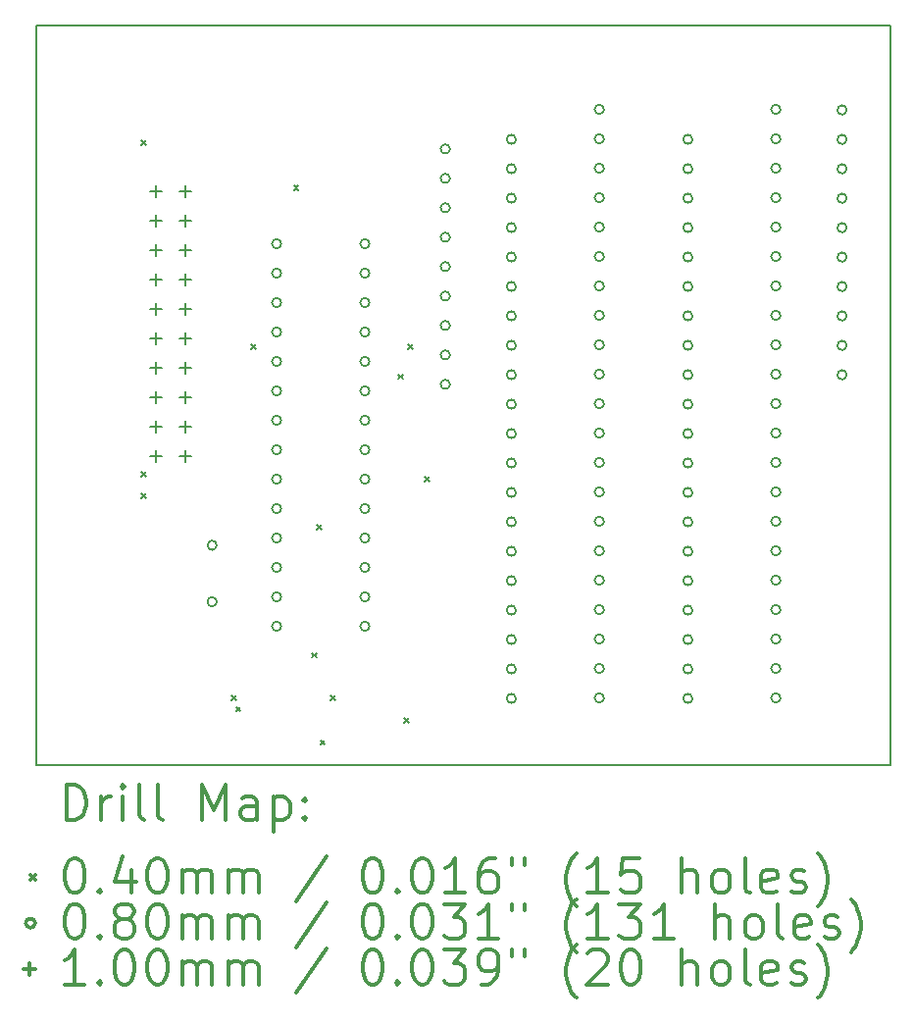
<source format=gbr>
%FSLAX45Y45*%
G04 Gerber Fmt 4.5, Leading zero omitted, Abs format (unit mm)*
G04 Created by KiCad (PCBNEW 4.0.7) date 07/05/18 11:36:59*
%MOMM*%
%LPD*%
G01*
G04 APERTURE LIST*
%ADD10C,0.127000*%
%ADD11C,0.150000*%
%ADD12C,0.200000*%
%ADD13C,0.300000*%
G04 APERTURE END LIST*
D10*
D11*
X7647686Y-15696692D02*
X7647686Y-9309608D01*
X15026640Y-15696692D02*
X7647686Y-15696692D01*
X15026640Y-9309608D02*
X15026640Y-15696692D01*
X7647686Y-9309608D02*
X15026640Y-9309608D01*
D12*
X8557580Y-10303830D02*
X8597580Y-10343830D01*
X8597580Y-10303830D02*
X8557580Y-10343830D01*
X8557580Y-13352084D02*
X8597580Y-13392084D01*
X8597580Y-13352084D02*
X8557580Y-13392084D01*
X8560374Y-13167680D02*
X8600374Y-13207680D01*
X8600374Y-13167680D02*
X8560374Y-13207680D01*
X9337360Y-15094270D02*
X9377360Y-15134270D01*
X9377360Y-15094270D02*
X9337360Y-15134270D01*
X9375460Y-15193330D02*
X9415460Y-15233330D01*
X9415460Y-15193330D02*
X9375460Y-15233330D01*
X9504746Y-12066844D02*
X9544746Y-12106844D01*
X9544746Y-12066844D02*
X9504746Y-12106844D01*
X9873554Y-10692196D02*
X9913554Y-10732196D01*
X9913554Y-10692196D02*
X9873554Y-10732196D01*
X10030780Y-14728510D02*
X10070780Y-14768510D01*
X10070780Y-14728510D02*
X10030780Y-14768510D01*
X10074722Y-13623102D02*
X10114722Y-13663102D01*
X10114722Y-13623102D02*
X10074722Y-13663102D01*
X10103170Y-15482890D02*
X10143170Y-15522890D01*
X10143170Y-15482890D02*
X10103170Y-15522890D01*
X10194610Y-15098080D02*
X10234610Y-15138080D01*
X10234610Y-15098080D02*
X10194610Y-15138080D01*
X10778810Y-12323892D02*
X10818810Y-12363892D01*
X10818810Y-12323892D02*
X10778810Y-12363892D01*
X10827070Y-15292390D02*
X10867070Y-15332390D01*
X10867070Y-15292390D02*
X10827070Y-15332390D01*
X10861360Y-12065320D02*
X10901360Y-12105320D01*
X10901360Y-12065320D02*
X10861360Y-12105320D01*
X11002330Y-13209590D02*
X11042330Y-13249590D01*
X11042330Y-13209590D02*
X11002330Y-13249590D01*
X9208384Y-13799312D02*
G75*
G03X9208384Y-13799312I-40000J0D01*
G01*
X9208384Y-14287312D02*
G75*
G03X9208384Y-14287312I-40000J0D01*
G01*
X9766168Y-11196320D02*
G75*
G03X9766168Y-11196320I-40000J0D01*
G01*
X9766168Y-11450320D02*
G75*
G03X9766168Y-11450320I-40000J0D01*
G01*
X9766168Y-11704320D02*
G75*
G03X9766168Y-11704320I-40000J0D01*
G01*
X9766168Y-11958320D02*
G75*
G03X9766168Y-11958320I-40000J0D01*
G01*
X9766168Y-12212320D02*
G75*
G03X9766168Y-12212320I-40000J0D01*
G01*
X9766168Y-12466320D02*
G75*
G03X9766168Y-12466320I-40000J0D01*
G01*
X9766168Y-12720320D02*
G75*
G03X9766168Y-12720320I-40000J0D01*
G01*
X9766168Y-12974320D02*
G75*
G03X9766168Y-12974320I-40000J0D01*
G01*
X9766168Y-13228320D02*
G75*
G03X9766168Y-13228320I-40000J0D01*
G01*
X9766168Y-13482320D02*
G75*
G03X9766168Y-13482320I-40000J0D01*
G01*
X9766168Y-13736320D02*
G75*
G03X9766168Y-13736320I-40000J0D01*
G01*
X9766168Y-13990320D02*
G75*
G03X9766168Y-13990320I-40000J0D01*
G01*
X9766168Y-14244320D02*
G75*
G03X9766168Y-14244320I-40000J0D01*
G01*
X9766168Y-14498320D02*
G75*
G03X9766168Y-14498320I-40000J0D01*
G01*
X10528168Y-11196320D02*
G75*
G03X10528168Y-11196320I-40000J0D01*
G01*
X10528168Y-11450320D02*
G75*
G03X10528168Y-11450320I-40000J0D01*
G01*
X10528168Y-11704320D02*
G75*
G03X10528168Y-11704320I-40000J0D01*
G01*
X10528168Y-11958320D02*
G75*
G03X10528168Y-11958320I-40000J0D01*
G01*
X10528168Y-12212320D02*
G75*
G03X10528168Y-12212320I-40000J0D01*
G01*
X10528168Y-12466320D02*
G75*
G03X10528168Y-12466320I-40000J0D01*
G01*
X10528168Y-12720320D02*
G75*
G03X10528168Y-12720320I-40000J0D01*
G01*
X10528168Y-12974320D02*
G75*
G03X10528168Y-12974320I-40000J0D01*
G01*
X10528168Y-13228320D02*
G75*
G03X10528168Y-13228320I-40000J0D01*
G01*
X10528168Y-13482320D02*
G75*
G03X10528168Y-13482320I-40000J0D01*
G01*
X10528168Y-13736320D02*
G75*
G03X10528168Y-13736320I-40000J0D01*
G01*
X10528168Y-13990320D02*
G75*
G03X10528168Y-13990320I-40000J0D01*
G01*
X10528168Y-14244320D02*
G75*
G03X10528168Y-14244320I-40000J0D01*
G01*
X10528168Y-14498320D02*
G75*
G03X10528168Y-14498320I-40000J0D01*
G01*
X11221588Y-10378948D02*
G75*
G03X11221588Y-10378948I-40000J0D01*
G01*
X11221588Y-10632948D02*
G75*
G03X11221588Y-10632948I-40000J0D01*
G01*
X11221588Y-10886948D02*
G75*
G03X11221588Y-10886948I-40000J0D01*
G01*
X11221588Y-11140948D02*
G75*
G03X11221588Y-11140948I-40000J0D01*
G01*
X11221588Y-11394948D02*
G75*
G03X11221588Y-11394948I-40000J0D01*
G01*
X11221588Y-11648948D02*
G75*
G03X11221588Y-11648948I-40000J0D01*
G01*
X11221588Y-11902948D02*
G75*
G03X11221588Y-11902948I-40000J0D01*
G01*
X11221588Y-12156948D02*
G75*
G03X11221588Y-12156948I-40000J0D01*
G01*
X11221588Y-12410948D02*
G75*
G03X11221588Y-12410948I-40000J0D01*
G01*
X11792072Y-10295428D02*
G75*
G03X11792072Y-10295428I-40000J0D01*
G01*
X11792072Y-10549428D02*
G75*
G03X11792072Y-10549428I-40000J0D01*
G01*
X11792072Y-10803428D02*
G75*
G03X11792072Y-10803428I-40000J0D01*
G01*
X11792072Y-11057428D02*
G75*
G03X11792072Y-11057428I-40000J0D01*
G01*
X11792072Y-11311428D02*
G75*
G03X11792072Y-11311428I-40000J0D01*
G01*
X11792072Y-11565428D02*
G75*
G03X11792072Y-11565428I-40000J0D01*
G01*
X11792072Y-11819428D02*
G75*
G03X11792072Y-11819428I-40000J0D01*
G01*
X11792072Y-12073428D02*
G75*
G03X11792072Y-12073428I-40000J0D01*
G01*
X11792072Y-12327428D02*
G75*
G03X11792072Y-12327428I-40000J0D01*
G01*
X11792072Y-12581428D02*
G75*
G03X11792072Y-12581428I-40000J0D01*
G01*
X11792072Y-12835428D02*
G75*
G03X11792072Y-12835428I-40000J0D01*
G01*
X11792072Y-13089428D02*
G75*
G03X11792072Y-13089428I-40000J0D01*
G01*
X11792072Y-13343428D02*
G75*
G03X11792072Y-13343428I-40000J0D01*
G01*
X11792072Y-13597428D02*
G75*
G03X11792072Y-13597428I-40000J0D01*
G01*
X11792072Y-13851428D02*
G75*
G03X11792072Y-13851428I-40000J0D01*
G01*
X11792072Y-14105428D02*
G75*
G03X11792072Y-14105428I-40000J0D01*
G01*
X11792072Y-14359428D02*
G75*
G03X11792072Y-14359428I-40000J0D01*
G01*
X11792072Y-14613428D02*
G75*
G03X11792072Y-14613428I-40000J0D01*
G01*
X11792072Y-14867428D02*
G75*
G03X11792072Y-14867428I-40000J0D01*
G01*
X11792072Y-15121428D02*
G75*
G03X11792072Y-15121428I-40000J0D01*
G01*
X12552040Y-10037064D02*
G75*
G03X12552040Y-10037064I-40000J0D01*
G01*
X12552040Y-10291064D02*
G75*
G03X12552040Y-10291064I-40000J0D01*
G01*
X12552040Y-10545064D02*
G75*
G03X12552040Y-10545064I-40000J0D01*
G01*
X12552040Y-10799064D02*
G75*
G03X12552040Y-10799064I-40000J0D01*
G01*
X12552040Y-11053064D02*
G75*
G03X12552040Y-11053064I-40000J0D01*
G01*
X12552040Y-11307064D02*
G75*
G03X12552040Y-11307064I-40000J0D01*
G01*
X12552040Y-11561064D02*
G75*
G03X12552040Y-11561064I-40000J0D01*
G01*
X12552040Y-11815064D02*
G75*
G03X12552040Y-11815064I-40000J0D01*
G01*
X12552040Y-12069064D02*
G75*
G03X12552040Y-12069064I-40000J0D01*
G01*
X12552040Y-12323064D02*
G75*
G03X12552040Y-12323064I-40000J0D01*
G01*
X12552040Y-12577064D02*
G75*
G03X12552040Y-12577064I-40000J0D01*
G01*
X12552040Y-12831064D02*
G75*
G03X12552040Y-12831064I-40000J0D01*
G01*
X12552040Y-13085064D02*
G75*
G03X12552040Y-13085064I-40000J0D01*
G01*
X12552040Y-13339064D02*
G75*
G03X12552040Y-13339064I-40000J0D01*
G01*
X12552040Y-13593064D02*
G75*
G03X12552040Y-13593064I-40000J0D01*
G01*
X12552040Y-13847064D02*
G75*
G03X12552040Y-13847064I-40000J0D01*
G01*
X12552040Y-14101064D02*
G75*
G03X12552040Y-14101064I-40000J0D01*
G01*
X12552040Y-14355064D02*
G75*
G03X12552040Y-14355064I-40000J0D01*
G01*
X12552040Y-14609064D02*
G75*
G03X12552040Y-14609064I-40000J0D01*
G01*
X12552040Y-14863064D02*
G75*
G03X12552040Y-14863064I-40000J0D01*
G01*
X12552040Y-15117064D02*
G75*
G03X12552040Y-15117064I-40000J0D01*
G01*
X13316072Y-10295428D02*
G75*
G03X13316072Y-10295428I-40000J0D01*
G01*
X13316072Y-10549428D02*
G75*
G03X13316072Y-10549428I-40000J0D01*
G01*
X13316072Y-10803428D02*
G75*
G03X13316072Y-10803428I-40000J0D01*
G01*
X13316072Y-11057428D02*
G75*
G03X13316072Y-11057428I-40000J0D01*
G01*
X13316072Y-11311428D02*
G75*
G03X13316072Y-11311428I-40000J0D01*
G01*
X13316072Y-11565428D02*
G75*
G03X13316072Y-11565428I-40000J0D01*
G01*
X13316072Y-11819428D02*
G75*
G03X13316072Y-11819428I-40000J0D01*
G01*
X13316072Y-12073428D02*
G75*
G03X13316072Y-12073428I-40000J0D01*
G01*
X13316072Y-12327428D02*
G75*
G03X13316072Y-12327428I-40000J0D01*
G01*
X13316072Y-12581428D02*
G75*
G03X13316072Y-12581428I-40000J0D01*
G01*
X13316072Y-12835428D02*
G75*
G03X13316072Y-12835428I-40000J0D01*
G01*
X13316072Y-13089428D02*
G75*
G03X13316072Y-13089428I-40000J0D01*
G01*
X13316072Y-13343428D02*
G75*
G03X13316072Y-13343428I-40000J0D01*
G01*
X13316072Y-13597428D02*
G75*
G03X13316072Y-13597428I-40000J0D01*
G01*
X13316072Y-13851428D02*
G75*
G03X13316072Y-13851428I-40000J0D01*
G01*
X13316072Y-14105428D02*
G75*
G03X13316072Y-14105428I-40000J0D01*
G01*
X13316072Y-14359428D02*
G75*
G03X13316072Y-14359428I-40000J0D01*
G01*
X13316072Y-14613428D02*
G75*
G03X13316072Y-14613428I-40000J0D01*
G01*
X13316072Y-14867428D02*
G75*
G03X13316072Y-14867428I-40000J0D01*
G01*
X13316072Y-15121428D02*
G75*
G03X13316072Y-15121428I-40000J0D01*
G01*
X14076040Y-10037064D02*
G75*
G03X14076040Y-10037064I-40000J0D01*
G01*
X14076040Y-10291064D02*
G75*
G03X14076040Y-10291064I-40000J0D01*
G01*
X14076040Y-10545064D02*
G75*
G03X14076040Y-10545064I-40000J0D01*
G01*
X14076040Y-10799064D02*
G75*
G03X14076040Y-10799064I-40000J0D01*
G01*
X14076040Y-11053064D02*
G75*
G03X14076040Y-11053064I-40000J0D01*
G01*
X14076040Y-11307064D02*
G75*
G03X14076040Y-11307064I-40000J0D01*
G01*
X14076040Y-11561064D02*
G75*
G03X14076040Y-11561064I-40000J0D01*
G01*
X14076040Y-11815064D02*
G75*
G03X14076040Y-11815064I-40000J0D01*
G01*
X14076040Y-12069064D02*
G75*
G03X14076040Y-12069064I-40000J0D01*
G01*
X14076040Y-12323064D02*
G75*
G03X14076040Y-12323064I-40000J0D01*
G01*
X14076040Y-12577064D02*
G75*
G03X14076040Y-12577064I-40000J0D01*
G01*
X14076040Y-12831064D02*
G75*
G03X14076040Y-12831064I-40000J0D01*
G01*
X14076040Y-13085064D02*
G75*
G03X14076040Y-13085064I-40000J0D01*
G01*
X14076040Y-13339064D02*
G75*
G03X14076040Y-13339064I-40000J0D01*
G01*
X14076040Y-13593064D02*
G75*
G03X14076040Y-13593064I-40000J0D01*
G01*
X14076040Y-13847064D02*
G75*
G03X14076040Y-13847064I-40000J0D01*
G01*
X14076040Y-14101064D02*
G75*
G03X14076040Y-14101064I-40000J0D01*
G01*
X14076040Y-14355064D02*
G75*
G03X14076040Y-14355064I-40000J0D01*
G01*
X14076040Y-14609064D02*
G75*
G03X14076040Y-14609064I-40000J0D01*
G01*
X14076040Y-14863064D02*
G75*
G03X14076040Y-14863064I-40000J0D01*
G01*
X14076040Y-15117064D02*
G75*
G03X14076040Y-15117064I-40000J0D01*
G01*
X14647032Y-10041636D02*
G75*
G03X14647032Y-10041636I-40000J0D01*
G01*
X14647032Y-10295636D02*
G75*
G03X14647032Y-10295636I-40000J0D01*
G01*
X14647032Y-10549636D02*
G75*
G03X14647032Y-10549636I-40000J0D01*
G01*
X14647032Y-10803636D02*
G75*
G03X14647032Y-10803636I-40000J0D01*
G01*
X14647032Y-11057636D02*
G75*
G03X14647032Y-11057636I-40000J0D01*
G01*
X14647032Y-11311636D02*
G75*
G03X14647032Y-11311636I-40000J0D01*
G01*
X14647032Y-11565636D02*
G75*
G03X14647032Y-11565636I-40000J0D01*
G01*
X14647032Y-11819636D02*
G75*
G03X14647032Y-11819636I-40000J0D01*
G01*
X14647032Y-12073636D02*
G75*
G03X14647032Y-12073636I-40000J0D01*
G01*
X14647032Y-12327636D02*
G75*
G03X14647032Y-12327636I-40000J0D01*
G01*
X8681212Y-10695216D02*
X8681212Y-10795216D01*
X8631212Y-10745216D02*
X8731212Y-10745216D01*
X8681212Y-10949216D02*
X8681212Y-11049216D01*
X8631212Y-10999216D02*
X8731212Y-10999216D01*
X8681212Y-11203216D02*
X8681212Y-11303216D01*
X8631212Y-11253216D02*
X8731212Y-11253216D01*
X8681212Y-11457216D02*
X8681212Y-11557216D01*
X8631212Y-11507216D02*
X8731212Y-11507216D01*
X8681212Y-11711216D02*
X8681212Y-11811216D01*
X8631212Y-11761216D02*
X8731212Y-11761216D01*
X8681212Y-11965216D02*
X8681212Y-12065216D01*
X8631212Y-12015216D02*
X8731212Y-12015216D01*
X8681212Y-12219216D02*
X8681212Y-12319216D01*
X8631212Y-12269216D02*
X8731212Y-12269216D01*
X8681212Y-12473216D02*
X8681212Y-12573216D01*
X8631212Y-12523216D02*
X8731212Y-12523216D01*
X8681212Y-12727216D02*
X8681212Y-12827216D01*
X8631212Y-12777216D02*
X8731212Y-12777216D01*
X8681212Y-12981216D02*
X8681212Y-13081216D01*
X8631212Y-13031216D02*
X8731212Y-13031216D01*
X8935212Y-10695216D02*
X8935212Y-10795216D01*
X8885212Y-10745216D02*
X8985212Y-10745216D01*
X8935212Y-10949216D02*
X8935212Y-11049216D01*
X8885212Y-10999216D02*
X8985212Y-10999216D01*
X8935212Y-11203216D02*
X8935212Y-11303216D01*
X8885212Y-11253216D02*
X8985212Y-11253216D01*
X8935212Y-11457216D02*
X8935212Y-11557216D01*
X8885212Y-11507216D02*
X8985212Y-11507216D01*
X8935212Y-11711216D02*
X8935212Y-11811216D01*
X8885212Y-11761216D02*
X8985212Y-11761216D01*
X8935212Y-11965216D02*
X8935212Y-12065216D01*
X8885212Y-12015216D02*
X8985212Y-12015216D01*
X8935212Y-12219216D02*
X8935212Y-12319216D01*
X8885212Y-12269216D02*
X8985212Y-12269216D01*
X8935212Y-12473216D02*
X8935212Y-12573216D01*
X8885212Y-12523216D02*
X8985212Y-12523216D01*
X8935212Y-12727216D02*
X8935212Y-12827216D01*
X8885212Y-12777216D02*
X8985212Y-12777216D01*
X8935212Y-12981216D02*
X8935212Y-13081216D01*
X8885212Y-13031216D02*
X8985212Y-13031216D01*
D13*
X7911614Y-16169906D02*
X7911614Y-15869906D01*
X7983043Y-15869906D01*
X8025900Y-15884192D01*
X8054472Y-15912763D01*
X8068757Y-15941335D01*
X8083043Y-15998478D01*
X8083043Y-16041335D01*
X8068757Y-16098478D01*
X8054472Y-16127049D01*
X8025900Y-16155621D01*
X7983043Y-16169906D01*
X7911614Y-16169906D01*
X8211614Y-16169906D02*
X8211614Y-15969906D01*
X8211614Y-16027049D02*
X8225900Y-15998478D01*
X8240186Y-15984192D01*
X8268757Y-15969906D01*
X8297329Y-15969906D01*
X8397329Y-16169906D02*
X8397329Y-15969906D01*
X8397329Y-15869906D02*
X8383043Y-15884192D01*
X8397329Y-15898478D01*
X8411615Y-15884192D01*
X8397329Y-15869906D01*
X8397329Y-15898478D01*
X8583043Y-16169906D02*
X8554472Y-16155621D01*
X8540186Y-16127049D01*
X8540186Y-15869906D01*
X8740186Y-16169906D02*
X8711615Y-16155621D01*
X8697329Y-16127049D01*
X8697329Y-15869906D01*
X9083043Y-16169906D02*
X9083043Y-15869906D01*
X9183043Y-16084192D01*
X9283043Y-15869906D01*
X9283043Y-16169906D01*
X9554472Y-16169906D02*
X9554472Y-16012763D01*
X9540186Y-15984192D01*
X9511615Y-15969906D01*
X9454472Y-15969906D01*
X9425900Y-15984192D01*
X9554472Y-16155621D02*
X9525900Y-16169906D01*
X9454472Y-16169906D01*
X9425900Y-16155621D01*
X9411615Y-16127049D01*
X9411615Y-16098478D01*
X9425900Y-16069906D01*
X9454472Y-16055621D01*
X9525900Y-16055621D01*
X9554472Y-16041335D01*
X9697329Y-15969906D02*
X9697329Y-16269906D01*
X9697329Y-15984192D02*
X9725900Y-15969906D01*
X9783043Y-15969906D01*
X9811615Y-15984192D01*
X9825900Y-15998478D01*
X9840186Y-16027049D01*
X9840186Y-16112763D01*
X9825900Y-16141335D01*
X9811615Y-16155621D01*
X9783043Y-16169906D01*
X9725900Y-16169906D01*
X9697329Y-16155621D01*
X9968757Y-16141335D02*
X9983043Y-16155621D01*
X9968757Y-16169906D01*
X9954472Y-16155621D01*
X9968757Y-16141335D01*
X9968757Y-16169906D01*
X9968757Y-15984192D02*
X9983043Y-15998478D01*
X9968757Y-16012763D01*
X9954472Y-15998478D01*
X9968757Y-15984192D01*
X9968757Y-16012763D01*
X7600186Y-16644192D02*
X7640186Y-16684192D01*
X7640186Y-16644192D02*
X7600186Y-16684192D01*
X7968757Y-16499906D02*
X7997329Y-16499906D01*
X8025900Y-16514192D01*
X8040186Y-16528478D01*
X8054472Y-16557049D01*
X8068757Y-16614192D01*
X8068757Y-16685621D01*
X8054472Y-16742763D01*
X8040186Y-16771335D01*
X8025900Y-16785621D01*
X7997329Y-16799906D01*
X7968757Y-16799906D01*
X7940186Y-16785621D01*
X7925900Y-16771335D01*
X7911614Y-16742763D01*
X7897329Y-16685621D01*
X7897329Y-16614192D01*
X7911614Y-16557049D01*
X7925900Y-16528478D01*
X7940186Y-16514192D01*
X7968757Y-16499906D01*
X8197329Y-16771335D02*
X8211614Y-16785621D01*
X8197329Y-16799906D01*
X8183043Y-16785621D01*
X8197329Y-16771335D01*
X8197329Y-16799906D01*
X8468757Y-16599906D02*
X8468757Y-16799906D01*
X8397329Y-16485621D02*
X8325900Y-16699906D01*
X8511614Y-16699906D01*
X8683043Y-16499906D02*
X8711615Y-16499906D01*
X8740186Y-16514192D01*
X8754472Y-16528478D01*
X8768757Y-16557049D01*
X8783043Y-16614192D01*
X8783043Y-16685621D01*
X8768757Y-16742763D01*
X8754472Y-16771335D01*
X8740186Y-16785621D01*
X8711615Y-16799906D01*
X8683043Y-16799906D01*
X8654472Y-16785621D01*
X8640186Y-16771335D01*
X8625900Y-16742763D01*
X8611615Y-16685621D01*
X8611615Y-16614192D01*
X8625900Y-16557049D01*
X8640186Y-16528478D01*
X8654472Y-16514192D01*
X8683043Y-16499906D01*
X8911615Y-16799906D02*
X8911615Y-16599906D01*
X8911615Y-16628478D02*
X8925900Y-16614192D01*
X8954472Y-16599906D01*
X8997329Y-16599906D01*
X9025900Y-16614192D01*
X9040186Y-16642763D01*
X9040186Y-16799906D01*
X9040186Y-16642763D02*
X9054472Y-16614192D01*
X9083043Y-16599906D01*
X9125900Y-16599906D01*
X9154472Y-16614192D01*
X9168757Y-16642763D01*
X9168757Y-16799906D01*
X9311615Y-16799906D02*
X9311615Y-16599906D01*
X9311615Y-16628478D02*
X9325900Y-16614192D01*
X9354472Y-16599906D01*
X9397329Y-16599906D01*
X9425900Y-16614192D01*
X9440186Y-16642763D01*
X9440186Y-16799906D01*
X9440186Y-16642763D02*
X9454472Y-16614192D01*
X9483043Y-16599906D01*
X9525900Y-16599906D01*
X9554472Y-16614192D01*
X9568757Y-16642763D01*
X9568757Y-16799906D01*
X10154472Y-16485621D02*
X9897329Y-16871335D01*
X10540186Y-16499906D02*
X10568757Y-16499906D01*
X10597329Y-16514192D01*
X10611614Y-16528478D01*
X10625900Y-16557049D01*
X10640186Y-16614192D01*
X10640186Y-16685621D01*
X10625900Y-16742763D01*
X10611614Y-16771335D01*
X10597329Y-16785621D01*
X10568757Y-16799906D01*
X10540186Y-16799906D01*
X10511614Y-16785621D01*
X10497329Y-16771335D01*
X10483043Y-16742763D01*
X10468757Y-16685621D01*
X10468757Y-16614192D01*
X10483043Y-16557049D01*
X10497329Y-16528478D01*
X10511614Y-16514192D01*
X10540186Y-16499906D01*
X10768757Y-16771335D02*
X10783043Y-16785621D01*
X10768757Y-16799906D01*
X10754472Y-16785621D01*
X10768757Y-16771335D01*
X10768757Y-16799906D01*
X10968757Y-16499906D02*
X10997329Y-16499906D01*
X11025900Y-16514192D01*
X11040186Y-16528478D01*
X11054472Y-16557049D01*
X11068757Y-16614192D01*
X11068757Y-16685621D01*
X11054472Y-16742763D01*
X11040186Y-16771335D01*
X11025900Y-16785621D01*
X10997329Y-16799906D01*
X10968757Y-16799906D01*
X10940186Y-16785621D01*
X10925900Y-16771335D01*
X10911614Y-16742763D01*
X10897329Y-16685621D01*
X10897329Y-16614192D01*
X10911614Y-16557049D01*
X10925900Y-16528478D01*
X10940186Y-16514192D01*
X10968757Y-16499906D01*
X11354471Y-16799906D02*
X11183043Y-16799906D01*
X11268757Y-16799906D02*
X11268757Y-16499906D01*
X11240186Y-16542763D01*
X11211614Y-16571335D01*
X11183043Y-16585621D01*
X11611614Y-16499906D02*
X11554471Y-16499906D01*
X11525900Y-16514192D01*
X11511614Y-16528478D01*
X11483043Y-16571335D01*
X11468757Y-16628478D01*
X11468757Y-16742763D01*
X11483043Y-16771335D01*
X11497329Y-16785621D01*
X11525900Y-16799906D01*
X11583043Y-16799906D01*
X11611614Y-16785621D01*
X11625900Y-16771335D01*
X11640186Y-16742763D01*
X11640186Y-16671335D01*
X11625900Y-16642763D01*
X11611614Y-16628478D01*
X11583043Y-16614192D01*
X11525900Y-16614192D01*
X11497329Y-16628478D01*
X11483043Y-16642763D01*
X11468757Y-16671335D01*
X11754472Y-16499906D02*
X11754472Y-16557049D01*
X11868757Y-16499906D02*
X11868757Y-16557049D01*
X12311614Y-16914192D02*
X12297329Y-16899906D01*
X12268757Y-16857049D01*
X12254471Y-16828478D01*
X12240186Y-16785621D01*
X12225900Y-16714192D01*
X12225900Y-16657049D01*
X12240186Y-16585621D01*
X12254471Y-16542763D01*
X12268757Y-16514192D01*
X12297329Y-16471335D01*
X12311614Y-16457049D01*
X12583043Y-16799906D02*
X12411614Y-16799906D01*
X12497329Y-16799906D02*
X12497329Y-16499906D01*
X12468757Y-16542763D01*
X12440186Y-16571335D01*
X12411614Y-16585621D01*
X12854471Y-16499906D02*
X12711614Y-16499906D01*
X12697329Y-16642763D01*
X12711614Y-16628478D01*
X12740186Y-16614192D01*
X12811614Y-16614192D01*
X12840186Y-16628478D01*
X12854471Y-16642763D01*
X12868757Y-16671335D01*
X12868757Y-16742763D01*
X12854471Y-16771335D01*
X12840186Y-16785621D01*
X12811614Y-16799906D01*
X12740186Y-16799906D01*
X12711614Y-16785621D01*
X12697329Y-16771335D01*
X13225900Y-16799906D02*
X13225900Y-16499906D01*
X13354471Y-16799906D02*
X13354471Y-16642763D01*
X13340186Y-16614192D01*
X13311614Y-16599906D01*
X13268757Y-16599906D01*
X13240186Y-16614192D01*
X13225900Y-16628478D01*
X13540186Y-16799906D02*
X13511614Y-16785621D01*
X13497329Y-16771335D01*
X13483043Y-16742763D01*
X13483043Y-16657049D01*
X13497329Y-16628478D01*
X13511614Y-16614192D01*
X13540186Y-16599906D01*
X13583043Y-16599906D01*
X13611614Y-16614192D01*
X13625900Y-16628478D01*
X13640186Y-16657049D01*
X13640186Y-16742763D01*
X13625900Y-16771335D01*
X13611614Y-16785621D01*
X13583043Y-16799906D01*
X13540186Y-16799906D01*
X13811614Y-16799906D02*
X13783043Y-16785621D01*
X13768757Y-16757049D01*
X13768757Y-16499906D01*
X14040186Y-16785621D02*
X14011614Y-16799906D01*
X13954472Y-16799906D01*
X13925900Y-16785621D01*
X13911614Y-16757049D01*
X13911614Y-16642763D01*
X13925900Y-16614192D01*
X13954472Y-16599906D01*
X14011614Y-16599906D01*
X14040186Y-16614192D01*
X14054472Y-16642763D01*
X14054472Y-16671335D01*
X13911614Y-16699906D01*
X14168757Y-16785621D02*
X14197329Y-16799906D01*
X14254472Y-16799906D01*
X14283043Y-16785621D01*
X14297329Y-16757049D01*
X14297329Y-16742763D01*
X14283043Y-16714192D01*
X14254472Y-16699906D01*
X14211614Y-16699906D01*
X14183043Y-16685621D01*
X14168757Y-16657049D01*
X14168757Y-16642763D01*
X14183043Y-16614192D01*
X14211614Y-16599906D01*
X14254472Y-16599906D01*
X14283043Y-16614192D01*
X14397329Y-16914192D02*
X14411614Y-16899906D01*
X14440186Y-16857049D01*
X14454472Y-16828478D01*
X14468757Y-16785621D01*
X14483043Y-16714192D01*
X14483043Y-16657049D01*
X14468757Y-16585621D01*
X14454472Y-16542763D01*
X14440186Y-16514192D01*
X14411614Y-16471335D01*
X14397329Y-16457049D01*
X7640186Y-17060192D02*
G75*
G03X7640186Y-17060192I-40000J0D01*
G01*
X7968757Y-16895906D02*
X7997329Y-16895906D01*
X8025900Y-16910192D01*
X8040186Y-16924478D01*
X8054472Y-16953049D01*
X8068757Y-17010192D01*
X8068757Y-17081621D01*
X8054472Y-17138764D01*
X8040186Y-17167335D01*
X8025900Y-17181621D01*
X7997329Y-17195906D01*
X7968757Y-17195906D01*
X7940186Y-17181621D01*
X7925900Y-17167335D01*
X7911614Y-17138764D01*
X7897329Y-17081621D01*
X7897329Y-17010192D01*
X7911614Y-16953049D01*
X7925900Y-16924478D01*
X7940186Y-16910192D01*
X7968757Y-16895906D01*
X8197329Y-17167335D02*
X8211614Y-17181621D01*
X8197329Y-17195906D01*
X8183043Y-17181621D01*
X8197329Y-17167335D01*
X8197329Y-17195906D01*
X8383043Y-17024478D02*
X8354472Y-17010192D01*
X8340186Y-16995906D01*
X8325900Y-16967335D01*
X8325900Y-16953049D01*
X8340186Y-16924478D01*
X8354472Y-16910192D01*
X8383043Y-16895906D01*
X8440186Y-16895906D01*
X8468757Y-16910192D01*
X8483043Y-16924478D01*
X8497329Y-16953049D01*
X8497329Y-16967335D01*
X8483043Y-16995906D01*
X8468757Y-17010192D01*
X8440186Y-17024478D01*
X8383043Y-17024478D01*
X8354472Y-17038764D01*
X8340186Y-17053049D01*
X8325900Y-17081621D01*
X8325900Y-17138764D01*
X8340186Y-17167335D01*
X8354472Y-17181621D01*
X8383043Y-17195906D01*
X8440186Y-17195906D01*
X8468757Y-17181621D01*
X8483043Y-17167335D01*
X8497329Y-17138764D01*
X8497329Y-17081621D01*
X8483043Y-17053049D01*
X8468757Y-17038764D01*
X8440186Y-17024478D01*
X8683043Y-16895906D02*
X8711615Y-16895906D01*
X8740186Y-16910192D01*
X8754472Y-16924478D01*
X8768757Y-16953049D01*
X8783043Y-17010192D01*
X8783043Y-17081621D01*
X8768757Y-17138764D01*
X8754472Y-17167335D01*
X8740186Y-17181621D01*
X8711615Y-17195906D01*
X8683043Y-17195906D01*
X8654472Y-17181621D01*
X8640186Y-17167335D01*
X8625900Y-17138764D01*
X8611615Y-17081621D01*
X8611615Y-17010192D01*
X8625900Y-16953049D01*
X8640186Y-16924478D01*
X8654472Y-16910192D01*
X8683043Y-16895906D01*
X8911615Y-17195906D02*
X8911615Y-16995906D01*
X8911615Y-17024478D02*
X8925900Y-17010192D01*
X8954472Y-16995906D01*
X8997329Y-16995906D01*
X9025900Y-17010192D01*
X9040186Y-17038764D01*
X9040186Y-17195906D01*
X9040186Y-17038764D02*
X9054472Y-17010192D01*
X9083043Y-16995906D01*
X9125900Y-16995906D01*
X9154472Y-17010192D01*
X9168757Y-17038764D01*
X9168757Y-17195906D01*
X9311615Y-17195906D02*
X9311615Y-16995906D01*
X9311615Y-17024478D02*
X9325900Y-17010192D01*
X9354472Y-16995906D01*
X9397329Y-16995906D01*
X9425900Y-17010192D01*
X9440186Y-17038764D01*
X9440186Y-17195906D01*
X9440186Y-17038764D02*
X9454472Y-17010192D01*
X9483043Y-16995906D01*
X9525900Y-16995906D01*
X9554472Y-17010192D01*
X9568757Y-17038764D01*
X9568757Y-17195906D01*
X10154472Y-16881621D02*
X9897329Y-17267335D01*
X10540186Y-16895906D02*
X10568757Y-16895906D01*
X10597329Y-16910192D01*
X10611614Y-16924478D01*
X10625900Y-16953049D01*
X10640186Y-17010192D01*
X10640186Y-17081621D01*
X10625900Y-17138764D01*
X10611614Y-17167335D01*
X10597329Y-17181621D01*
X10568757Y-17195906D01*
X10540186Y-17195906D01*
X10511614Y-17181621D01*
X10497329Y-17167335D01*
X10483043Y-17138764D01*
X10468757Y-17081621D01*
X10468757Y-17010192D01*
X10483043Y-16953049D01*
X10497329Y-16924478D01*
X10511614Y-16910192D01*
X10540186Y-16895906D01*
X10768757Y-17167335D02*
X10783043Y-17181621D01*
X10768757Y-17195906D01*
X10754472Y-17181621D01*
X10768757Y-17167335D01*
X10768757Y-17195906D01*
X10968757Y-16895906D02*
X10997329Y-16895906D01*
X11025900Y-16910192D01*
X11040186Y-16924478D01*
X11054472Y-16953049D01*
X11068757Y-17010192D01*
X11068757Y-17081621D01*
X11054472Y-17138764D01*
X11040186Y-17167335D01*
X11025900Y-17181621D01*
X10997329Y-17195906D01*
X10968757Y-17195906D01*
X10940186Y-17181621D01*
X10925900Y-17167335D01*
X10911614Y-17138764D01*
X10897329Y-17081621D01*
X10897329Y-17010192D01*
X10911614Y-16953049D01*
X10925900Y-16924478D01*
X10940186Y-16910192D01*
X10968757Y-16895906D01*
X11168757Y-16895906D02*
X11354471Y-16895906D01*
X11254471Y-17010192D01*
X11297329Y-17010192D01*
X11325900Y-17024478D01*
X11340186Y-17038764D01*
X11354471Y-17067335D01*
X11354471Y-17138764D01*
X11340186Y-17167335D01*
X11325900Y-17181621D01*
X11297329Y-17195906D01*
X11211614Y-17195906D01*
X11183043Y-17181621D01*
X11168757Y-17167335D01*
X11640186Y-17195906D02*
X11468757Y-17195906D01*
X11554471Y-17195906D02*
X11554471Y-16895906D01*
X11525900Y-16938764D01*
X11497329Y-16967335D01*
X11468757Y-16981621D01*
X11754472Y-16895906D02*
X11754472Y-16953049D01*
X11868757Y-16895906D02*
X11868757Y-16953049D01*
X12311614Y-17310192D02*
X12297329Y-17295906D01*
X12268757Y-17253049D01*
X12254471Y-17224478D01*
X12240186Y-17181621D01*
X12225900Y-17110192D01*
X12225900Y-17053049D01*
X12240186Y-16981621D01*
X12254471Y-16938764D01*
X12268757Y-16910192D01*
X12297329Y-16867335D01*
X12311614Y-16853049D01*
X12583043Y-17195906D02*
X12411614Y-17195906D01*
X12497329Y-17195906D02*
X12497329Y-16895906D01*
X12468757Y-16938764D01*
X12440186Y-16967335D01*
X12411614Y-16981621D01*
X12683043Y-16895906D02*
X12868757Y-16895906D01*
X12768757Y-17010192D01*
X12811614Y-17010192D01*
X12840186Y-17024478D01*
X12854471Y-17038764D01*
X12868757Y-17067335D01*
X12868757Y-17138764D01*
X12854471Y-17167335D01*
X12840186Y-17181621D01*
X12811614Y-17195906D01*
X12725900Y-17195906D01*
X12697329Y-17181621D01*
X12683043Y-17167335D01*
X13154471Y-17195906D02*
X12983043Y-17195906D01*
X13068757Y-17195906D02*
X13068757Y-16895906D01*
X13040186Y-16938764D01*
X13011614Y-16967335D01*
X12983043Y-16981621D01*
X13511614Y-17195906D02*
X13511614Y-16895906D01*
X13640186Y-17195906D02*
X13640186Y-17038764D01*
X13625900Y-17010192D01*
X13597329Y-16995906D01*
X13554471Y-16995906D01*
X13525900Y-17010192D01*
X13511614Y-17024478D01*
X13825900Y-17195906D02*
X13797329Y-17181621D01*
X13783043Y-17167335D01*
X13768757Y-17138764D01*
X13768757Y-17053049D01*
X13783043Y-17024478D01*
X13797329Y-17010192D01*
X13825900Y-16995906D01*
X13868757Y-16995906D01*
X13897329Y-17010192D01*
X13911614Y-17024478D01*
X13925900Y-17053049D01*
X13925900Y-17138764D01*
X13911614Y-17167335D01*
X13897329Y-17181621D01*
X13868757Y-17195906D01*
X13825900Y-17195906D01*
X14097329Y-17195906D02*
X14068757Y-17181621D01*
X14054472Y-17153049D01*
X14054472Y-16895906D01*
X14325900Y-17181621D02*
X14297329Y-17195906D01*
X14240186Y-17195906D01*
X14211614Y-17181621D01*
X14197329Y-17153049D01*
X14197329Y-17038764D01*
X14211614Y-17010192D01*
X14240186Y-16995906D01*
X14297329Y-16995906D01*
X14325900Y-17010192D01*
X14340186Y-17038764D01*
X14340186Y-17067335D01*
X14197329Y-17095906D01*
X14454472Y-17181621D02*
X14483043Y-17195906D01*
X14540186Y-17195906D01*
X14568757Y-17181621D01*
X14583043Y-17153049D01*
X14583043Y-17138764D01*
X14568757Y-17110192D01*
X14540186Y-17095906D01*
X14497329Y-17095906D01*
X14468757Y-17081621D01*
X14454472Y-17053049D01*
X14454472Y-17038764D01*
X14468757Y-17010192D01*
X14497329Y-16995906D01*
X14540186Y-16995906D01*
X14568757Y-17010192D01*
X14683043Y-17310192D02*
X14697329Y-17295906D01*
X14725900Y-17253049D01*
X14740186Y-17224478D01*
X14754472Y-17181621D01*
X14768757Y-17110192D01*
X14768757Y-17053049D01*
X14754472Y-16981621D01*
X14740186Y-16938764D01*
X14725900Y-16910192D01*
X14697329Y-16867335D01*
X14683043Y-16853049D01*
X7590186Y-17406192D02*
X7590186Y-17506192D01*
X7540186Y-17456192D02*
X7640186Y-17456192D01*
X8068757Y-17591906D02*
X7897329Y-17591906D01*
X7983043Y-17591906D02*
X7983043Y-17291906D01*
X7954472Y-17334764D01*
X7925900Y-17363335D01*
X7897329Y-17377621D01*
X8197329Y-17563335D02*
X8211614Y-17577621D01*
X8197329Y-17591906D01*
X8183043Y-17577621D01*
X8197329Y-17563335D01*
X8197329Y-17591906D01*
X8397329Y-17291906D02*
X8425900Y-17291906D01*
X8454472Y-17306192D01*
X8468757Y-17320478D01*
X8483043Y-17349049D01*
X8497329Y-17406192D01*
X8497329Y-17477621D01*
X8483043Y-17534764D01*
X8468757Y-17563335D01*
X8454472Y-17577621D01*
X8425900Y-17591906D01*
X8397329Y-17591906D01*
X8368757Y-17577621D01*
X8354472Y-17563335D01*
X8340186Y-17534764D01*
X8325900Y-17477621D01*
X8325900Y-17406192D01*
X8340186Y-17349049D01*
X8354472Y-17320478D01*
X8368757Y-17306192D01*
X8397329Y-17291906D01*
X8683043Y-17291906D02*
X8711615Y-17291906D01*
X8740186Y-17306192D01*
X8754472Y-17320478D01*
X8768757Y-17349049D01*
X8783043Y-17406192D01*
X8783043Y-17477621D01*
X8768757Y-17534764D01*
X8754472Y-17563335D01*
X8740186Y-17577621D01*
X8711615Y-17591906D01*
X8683043Y-17591906D01*
X8654472Y-17577621D01*
X8640186Y-17563335D01*
X8625900Y-17534764D01*
X8611615Y-17477621D01*
X8611615Y-17406192D01*
X8625900Y-17349049D01*
X8640186Y-17320478D01*
X8654472Y-17306192D01*
X8683043Y-17291906D01*
X8911615Y-17591906D02*
X8911615Y-17391906D01*
X8911615Y-17420478D02*
X8925900Y-17406192D01*
X8954472Y-17391906D01*
X8997329Y-17391906D01*
X9025900Y-17406192D01*
X9040186Y-17434764D01*
X9040186Y-17591906D01*
X9040186Y-17434764D02*
X9054472Y-17406192D01*
X9083043Y-17391906D01*
X9125900Y-17391906D01*
X9154472Y-17406192D01*
X9168757Y-17434764D01*
X9168757Y-17591906D01*
X9311615Y-17591906D02*
X9311615Y-17391906D01*
X9311615Y-17420478D02*
X9325900Y-17406192D01*
X9354472Y-17391906D01*
X9397329Y-17391906D01*
X9425900Y-17406192D01*
X9440186Y-17434764D01*
X9440186Y-17591906D01*
X9440186Y-17434764D02*
X9454472Y-17406192D01*
X9483043Y-17391906D01*
X9525900Y-17391906D01*
X9554472Y-17406192D01*
X9568757Y-17434764D01*
X9568757Y-17591906D01*
X10154472Y-17277621D02*
X9897329Y-17663335D01*
X10540186Y-17291906D02*
X10568757Y-17291906D01*
X10597329Y-17306192D01*
X10611614Y-17320478D01*
X10625900Y-17349049D01*
X10640186Y-17406192D01*
X10640186Y-17477621D01*
X10625900Y-17534764D01*
X10611614Y-17563335D01*
X10597329Y-17577621D01*
X10568757Y-17591906D01*
X10540186Y-17591906D01*
X10511614Y-17577621D01*
X10497329Y-17563335D01*
X10483043Y-17534764D01*
X10468757Y-17477621D01*
X10468757Y-17406192D01*
X10483043Y-17349049D01*
X10497329Y-17320478D01*
X10511614Y-17306192D01*
X10540186Y-17291906D01*
X10768757Y-17563335D02*
X10783043Y-17577621D01*
X10768757Y-17591906D01*
X10754472Y-17577621D01*
X10768757Y-17563335D01*
X10768757Y-17591906D01*
X10968757Y-17291906D02*
X10997329Y-17291906D01*
X11025900Y-17306192D01*
X11040186Y-17320478D01*
X11054472Y-17349049D01*
X11068757Y-17406192D01*
X11068757Y-17477621D01*
X11054472Y-17534764D01*
X11040186Y-17563335D01*
X11025900Y-17577621D01*
X10997329Y-17591906D01*
X10968757Y-17591906D01*
X10940186Y-17577621D01*
X10925900Y-17563335D01*
X10911614Y-17534764D01*
X10897329Y-17477621D01*
X10897329Y-17406192D01*
X10911614Y-17349049D01*
X10925900Y-17320478D01*
X10940186Y-17306192D01*
X10968757Y-17291906D01*
X11168757Y-17291906D02*
X11354471Y-17291906D01*
X11254471Y-17406192D01*
X11297329Y-17406192D01*
X11325900Y-17420478D01*
X11340186Y-17434764D01*
X11354471Y-17463335D01*
X11354471Y-17534764D01*
X11340186Y-17563335D01*
X11325900Y-17577621D01*
X11297329Y-17591906D01*
X11211614Y-17591906D01*
X11183043Y-17577621D01*
X11168757Y-17563335D01*
X11497329Y-17591906D02*
X11554471Y-17591906D01*
X11583043Y-17577621D01*
X11597329Y-17563335D01*
X11625900Y-17520478D01*
X11640186Y-17463335D01*
X11640186Y-17349049D01*
X11625900Y-17320478D01*
X11611614Y-17306192D01*
X11583043Y-17291906D01*
X11525900Y-17291906D01*
X11497329Y-17306192D01*
X11483043Y-17320478D01*
X11468757Y-17349049D01*
X11468757Y-17420478D01*
X11483043Y-17449049D01*
X11497329Y-17463335D01*
X11525900Y-17477621D01*
X11583043Y-17477621D01*
X11611614Y-17463335D01*
X11625900Y-17449049D01*
X11640186Y-17420478D01*
X11754472Y-17291906D02*
X11754472Y-17349049D01*
X11868757Y-17291906D02*
X11868757Y-17349049D01*
X12311614Y-17706192D02*
X12297329Y-17691906D01*
X12268757Y-17649049D01*
X12254471Y-17620478D01*
X12240186Y-17577621D01*
X12225900Y-17506192D01*
X12225900Y-17449049D01*
X12240186Y-17377621D01*
X12254471Y-17334764D01*
X12268757Y-17306192D01*
X12297329Y-17263335D01*
X12311614Y-17249049D01*
X12411614Y-17320478D02*
X12425900Y-17306192D01*
X12454471Y-17291906D01*
X12525900Y-17291906D01*
X12554471Y-17306192D01*
X12568757Y-17320478D01*
X12583043Y-17349049D01*
X12583043Y-17377621D01*
X12568757Y-17420478D01*
X12397329Y-17591906D01*
X12583043Y-17591906D01*
X12768757Y-17291906D02*
X12797329Y-17291906D01*
X12825900Y-17306192D01*
X12840186Y-17320478D01*
X12854471Y-17349049D01*
X12868757Y-17406192D01*
X12868757Y-17477621D01*
X12854471Y-17534764D01*
X12840186Y-17563335D01*
X12825900Y-17577621D01*
X12797329Y-17591906D01*
X12768757Y-17591906D01*
X12740186Y-17577621D01*
X12725900Y-17563335D01*
X12711614Y-17534764D01*
X12697329Y-17477621D01*
X12697329Y-17406192D01*
X12711614Y-17349049D01*
X12725900Y-17320478D01*
X12740186Y-17306192D01*
X12768757Y-17291906D01*
X13225900Y-17591906D02*
X13225900Y-17291906D01*
X13354471Y-17591906D02*
X13354471Y-17434764D01*
X13340186Y-17406192D01*
X13311614Y-17391906D01*
X13268757Y-17391906D01*
X13240186Y-17406192D01*
X13225900Y-17420478D01*
X13540186Y-17591906D02*
X13511614Y-17577621D01*
X13497329Y-17563335D01*
X13483043Y-17534764D01*
X13483043Y-17449049D01*
X13497329Y-17420478D01*
X13511614Y-17406192D01*
X13540186Y-17391906D01*
X13583043Y-17391906D01*
X13611614Y-17406192D01*
X13625900Y-17420478D01*
X13640186Y-17449049D01*
X13640186Y-17534764D01*
X13625900Y-17563335D01*
X13611614Y-17577621D01*
X13583043Y-17591906D01*
X13540186Y-17591906D01*
X13811614Y-17591906D02*
X13783043Y-17577621D01*
X13768757Y-17549049D01*
X13768757Y-17291906D01*
X14040186Y-17577621D02*
X14011614Y-17591906D01*
X13954472Y-17591906D01*
X13925900Y-17577621D01*
X13911614Y-17549049D01*
X13911614Y-17434764D01*
X13925900Y-17406192D01*
X13954472Y-17391906D01*
X14011614Y-17391906D01*
X14040186Y-17406192D01*
X14054472Y-17434764D01*
X14054472Y-17463335D01*
X13911614Y-17491906D01*
X14168757Y-17577621D02*
X14197329Y-17591906D01*
X14254472Y-17591906D01*
X14283043Y-17577621D01*
X14297329Y-17549049D01*
X14297329Y-17534764D01*
X14283043Y-17506192D01*
X14254472Y-17491906D01*
X14211614Y-17491906D01*
X14183043Y-17477621D01*
X14168757Y-17449049D01*
X14168757Y-17434764D01*
X14183043Y-17406192D01*
X14211614Y-17391906D01*
X14254472Y-17391906D01*
X14283043Y-17406192D01*
X14397329Y-17706192D02*
X14411614Y-17691906D01*
X14440186Y-17649049D01*
X14454472Y-17620478D01*
X14468757Y-17577621D01*
X14483043Y-17506192D01*
X14483043Y-17449049D01*
X14468757Y-17377621D01*
X14454472Y-17334764D01*
X14440186Y-17306192D01*
X14411614Y-17263335D01*
X14397329Y-17249049D01*
M02*

</source>
